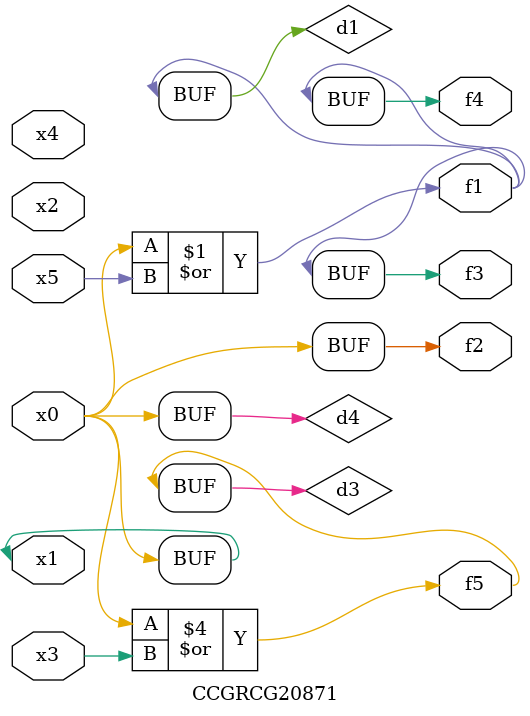
<source format=v>
module CCGRCG20871(
	input x0, x1, x2, x3, x4, x5,
	output f1, f2, f3, f4, f5
);

	wire d1, d2, d3, d4;

	or (d1, x0, x5);
	xnor (d2, x1, x4);
	or (d3, x0, x3);
	buf (d4, x0, x1);
	assign f1 = d1;
	assign f2 = d4;
	assign f3 = d1;
	assign f4 = d1;
	assign f5 = d3;
endmodule

</source>
